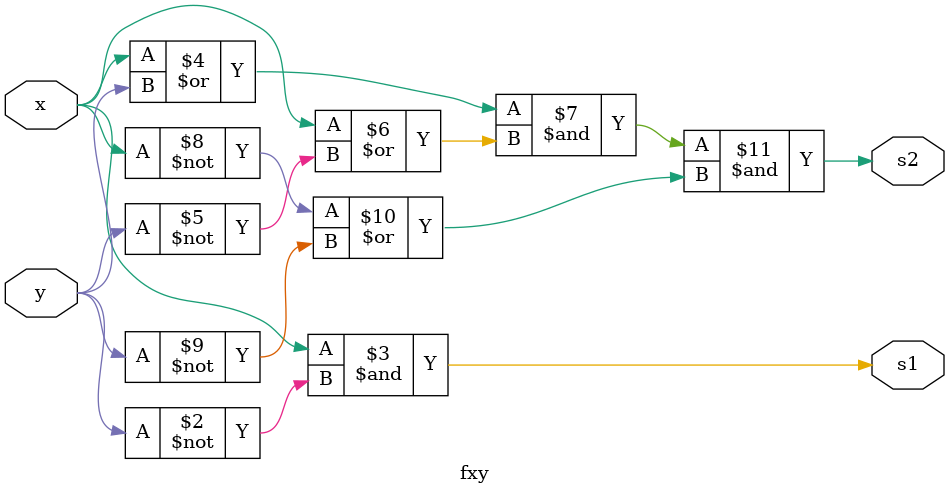
<source format=v>
/*
	Guia_0405a.v
	842536 - Mateus Henrique Medeiros Diniz
*/

module Guia_0405a;
	reg x, y;
	wire s1, s2;
	
	fxy f ( s1, s2, x, y);
	
	initial 
	begin: main
		integer i;

		$display("x y | SoP | PoS");
		$monitor("%b %b |  %b  |  %b", x, y, s1, s2);
		
		x = 0;
		y = 0;
		
		for(i = 0; i < 3; i++) begin
			#1;
			y = ~y;
			if((i + 1) % 2 == 0) begin
				x = ~x;
			end
		end
	end
endmodule

module fxy (output s1, s2, input x, y);
	assign s1 = x & ~y;
	assign s2 = (x | y) & (x | ~y) & (~x | ~y);
endmodule
</source>
